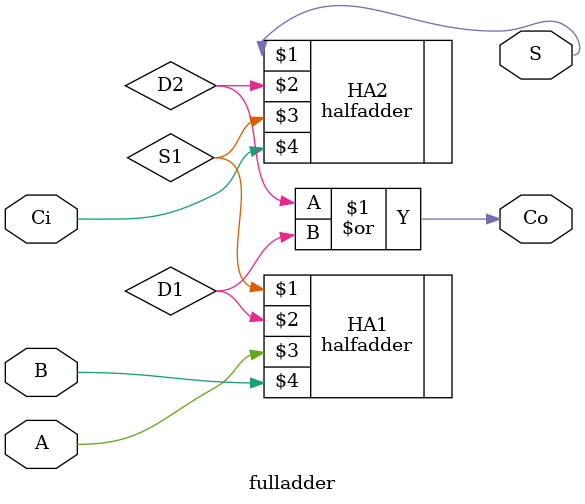
<source format=v>
module fulladder(S,Co,A,B,Ci);
    input A,B,Ci;    //±»¼ÓÊýA,¼ÓÊýB£¬µÍÎ»½øÎ»Ci
    output S,Co;     //ºÍS£¬¸ßÎ»½øÎ»Co
    wire S1,D1,D2;   //ÄÚ²¿½ÚµãÐÅºÅ
    halfadder HA1(S1,D1,A,B);    
    halfadder HA2(S,D2,S1,Ci) ;
    or G1(Co,D2,D1);
endmodule
</source>
